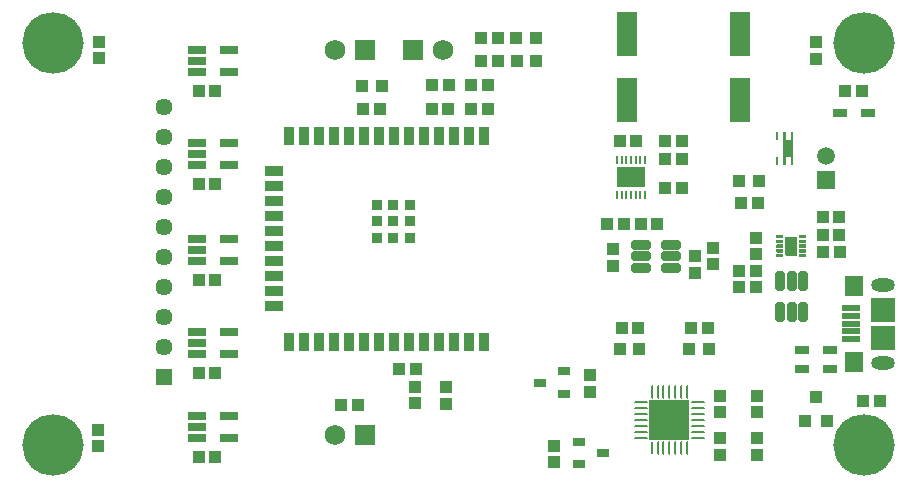
<source format=gts>
G04*
G04 #@! TF.GenerationSoftware,Altium Limited,Altium Designer,22.6.1 (34)*
G04*
G04 Layer_Color=8388736*
%FSLAX25Y25*%
%MOIN*%
G70*
G04*
G04 #@! TF.SameCoordinates,BE1EFFB1-D3A5-4C51-9803-2DA18C35BCD8*
G04*
G04*
G04 #@! TF.FilePolarity,Negative*
G04*
G01*
G75*
%ADD21R,0.09400X0.07100*%
%ADD22R,0.01000X0.02800*%
%ADD23R,0.03500X0.03500*%
%ADD24R,0.03500X0.05900*%
%ADD25R,0.05900X0.03500*%
G04:AMPARAMS|DCode=31|XSize=9.55mil|YSize=44.53mil|CornerRadius=4.77mil|HoleSize=0mil|Usage=FLASHONLY|Rotation=90.000|XOffset=0mil|YOffset=0mil|HoleType=Round|Shape=RoundedRectangle|*
%AMROUNDEDRECTD31*
21,1,0.00955,0.03498,0,0,90.0*
21,1,0.00000,0.04453,0,0,90.0*
1,1,0.00955,0.01749,0.00000*
1,1,0.00955,0.01749,0.00000*
1,1,0.00955,-0.01749,0.00000*
1,1,0.00955,-0.01749,0.00000*
%
%ADD31ROUNDEDRECTD31*%
G04:AMPARAMS|DCode=32|XSize=44.53mil|YSize=9.55mil|CornerRadius=4.77mil|HoleSize=0mil|Usage=FLASHONLY|Rotation=90.000|XOffset=0mil|YOffset=0mil|HoleType=Round|Shape=RoundedRectangle|*
%AMROUNDEDRECTD32*
21,1,0.04453,0.00000,0,0,90.0*
21,1,0.03498,0.00955,0,0,90.0*
1,1,0.00955,0.00000,0.01749*
1,1,0.00955,0.00000,-0.01749*
1,1,0.00955,0.00000,-0.01749*
1,1,0.00955,0.00000,0.01749*
%
%ADD32ROUNDEDRECTD32*%
%ADD33R,0.00955X0.04453*%
%ADD35R,0.00800X0.02700*%
%ADD38R,0.08280X0.08280*%
%ADD39R,0.06312X0.07099*%
%ADD40R,0.06115X0.02000*%
%ADD41R,0.04343X0.03950*%
G04:AMPARAMS|DCode=42|XSize=65.09mil|YSize=31.23mil|CornerRadius=6.9mil|HoleSize=0mil|Usage=FLASHONLY|Rotation=90.000|XOffset=0mil|YOffset=0mil|HoleType=Round|Shape=RoundedRectangle|*
%AMROUNDEDRECTD42*
21,1,0.06509,0.01742,0,0,90.0*
21,1,0.05128,0.03123,0,0,90.0*
1,1,0.01381,0.00871,0.02564*
1,1,0.01381,0.00871,-0.02564*
1,1,0.01381,-0.00871,-0.02564*
1,1,0.01381,-0.00871,0.02564*
%
%ADD42ROUNDEDRECTD42*%
%ADD43R,0.03950X0.04343*%
%ADD44R,0.03950X0.04343*%
%ADD45R,0.03950X0.03162*%
%ADD46R,0.04895X0.02611*%
%ADD47R,0.03950X0.03950*%
%ADD48R,0.13189X0.13189*%
G04:AMPARAMS|DCode=49|XSize=65.09mil|YSize=31.23mil|CornerRadius=6.9mil|HoleSize=0mil|Usage=FLASHONLY|Rotation=0.000|XOffset=0mil|YOffset=0mil|HoleType=Round|Shape=RoundedRectangle|*
%AMROUNDEDRECTD49*
21,1,0.06509,0.01742,0,0,0.0*
21,1,0.05128,0.03123,0,0,0.0*
1,1,0.01381,0.02564,-0.00871*
1,1,0.01381,-0.02564,-0.00871*
1,1,0.01381,-0.02564,0.00871*
1,1,0.01381,0.02564,0.00871*
%
%ADD49ROUNDEDRECTD49*%
%ADD50R,0.06000X0.03000*%
%ADD51R,0.07099X0.14580*%
%ADD52C,0.05682*%
%ADD53R,0.05682X0.05682*%
%ADD54O,0.07887X0.04343*%
%ADD55C,0.06824*%
%ADD56R,0.06824X0.06824*%
%ADD57R,0.05950X0.05950*%
%ADD58C,0.05950*%
%ADD59C,0.20485*%
G36*
X259459Y105350D02*
X258659D01*
Y108050D01*
X256900D01*
Y105350D01*
X256100D01*
Y116250D01*
X256900D01*
Y113550D01*
X258659D01*
Y116250D01*
X259459D01*
Y105350D01*
D02*
G37*
G36*
X263456Y81936D02*
X263464D01*
X263476Y81932D01*
X263484D01*
X263495Y81928D01*
X263503Y81924D01*
X263515Y81920D01*
X263523Y81913D01*
X263531Y81909D01*
X263539Y81901D01*
X263546Y81897D01*
X263554Y81889D01*
X263562Y81881D01*
X263570Y81873D01*
X263578Y81865D01*
X263582Y81858D01*
X263590Y81850D01*
X263594Y81842D01*
X263602Y81834D01*
X263605Y81822D01*
X263610Y81814D01*
X263613Y81802D01*
Y81795D01*
X263617Y81783D01*
Y81775D01*
X263621Y81763D01*
Y81755D01*
Y81743D01*
Y80956D01*
Y80944D01*
Y80936D01*
X263617Y80924D01*
Y80917D01*
X263613Y80905D01*
Y80897D01*
X263610Y80885D01*
X263605Y80877D01*
X263602Y80865D01*
X263594Y80857D01*
X263590Y80850D01*
X263582Y80842D01*
X263578Y80834D01*
X263570Y80826D01*
X263562Y80818D01*
X263554Y80810D01*
X263546Y80802D01*
X263539Y80798D01*
X263531Y80791D01*
X263523Y80787D01*
X263515Y80779D01*
X263503Y80775D01*
X263495Y80771D01*
X263484Y80767D01*
X263476D01*
X263464Y80763D01*
X263456D01*
X263444Y80759D01*
X261436D01*
X261424Y80763D01*
X261417D01*
X261405Y80767D01*
X261397D01*
X261385Y80771D01*
X261377Y80775D01*
X261365Y80779D01*
X261357Y80787D01*
X261350Y80791D01*
X261342Y80798D01*
X261334Y80802D01*
X261326Y80810D01*
X261318Y80818D01*
X261310Y80826D01*
X261302Y80834D01*
X261298Y80842D01*
X261291Y80850D01*
X261287Y80857D01*
X261279Y80865D01*
X261275Y80877D01*
X261271Y80885D01*
X261267Y80897D01*
Y80905D01*
X261263Y80917D01*
Y80924D01*
X261259Y80936D01*
Y80944D01*
Y80956D01*
Y81743D01*
Y81755D01*
Y81763D01*
X261263Y81775D01*
Y81783D01*
X261267Y81795D01*
Y81802D01*
X261271Y81814D01*
X261275Y81822D01*
X261279Y81834D01*
X261287Y81842D01*
X261291Y81850D01*
X261298Y81858D01*
X261302Y81865D01*
X261310Y81873D01*
X261318Y81881D01*
X261326Y81889D01*
X261334Y81897D01*
X261342Y81901D01*
X261350Y81909D01*
X261357Y81913D01*
X261365Y81920D01*
X261377Y81924D01*
X261385Y81928D01*
X261397Y81932D01*
X261405D01*
X261417Y81936D01*
X261424D01*
X261436Y81940D01*
X263444D01*
X263456Y81936D01*
D02*
G37*
G36*
X255976D02*
X255983D01*
X255995Y81932D01*
X256003D01*
X256015Y81928D01*
X256023Y81924D01*
X256035Y81920D01*
X256043Y81913D01*
X256050Y81909D01*
X256058Y81901D01*
X256066Y81897D01*
X256074Y81889D01*
X256082Y81881D01*
X256090Y81873D01*
X256098Y81865D01*
X256102Y81858D01*
X256109Y81850D01*
X256113Y81842D01*
X256121Y81834D01*
X256125Y81822D01*
X256129Y81814D01*
X256133Y81802D01*
Y81795D01*
X256137Y81783D01*
Y81775D01*
X256141Y81763D01*
Y81755D01*
Y81743D01*
Y80956D01*
Y80944D01*
Y80936D01*
X256137Y80924D01*
Y80917D01*
X256133Y80905D01*
Y80897D01*
X256129Y80885D01*
X256125Y80877D01*
X256121Y80865D01*
X256113Y80857D01*
X256109Y80850D01*
X256102Y80842D01*
X256098Y80834D01*
X256090Y80826D01*
X256082Y80818D01*
X256074Y80810D01*
X256066Y80802D01*
X256058Y80798D01*
X256050Y80791D01*
X256043Y80787D01*
X256035Y80779D01*
X256023Y80775D01*
X256015Y80771D01*
X256003Y80767D01*
X255995D01*
X255983Y80763D01*
X255976D01*
X255964Y80759D01*
X253956D01*
X253944Y80763D01*
X253936D01*
X253924Y80767D01*
X253917D01*
X253905Y80771D01*
X253897Y80775D01*
X253885Y80779D01*
X253877Y80787D01*
X253869Y80791D01*
X253861Y80798D01*
X253854Y80802D01*
X253846Y80810D01*
X253838Y80818D01*
X253830Y80826D01*
X253822Y80834D01*
X253818Y80842D01*
X253810Y80850D01*
X253806Y80857D01*
X253798Y80865D01*
X253795Y80877D01*
X253790Y80885D01*
X253787Y80897D01*
Y80905D01*
X253783Y80917D01*
Y80924D01*
X253779Y80936D01*
Y80944D01*
Y80956D01*
Y81743D01*
Y81755D01*
Y81763D01*
X253783Y81775D01*
Y81783D01*
X253787Y81795D01*
Y81802D01*
X253790Y81814D01*
X253795Y81822D01*
X253798Y81834D01*
X253806Y81842D01*
X253810Y81850D01*
X253818Y81858D01*
X253822Y81865D01*
X253830Y81873D01*
X253838Y81881D01*
X253846Y81889D01*
X253854Y81897D01*
X253861Y81901D01*
X253869Y81909D01*
X253877Y81913D01*
X253885Y81920D01*
X253897Y81924D01*
X253905Y81928D01*
X253917Y81932D01*
X253924D01*
X253936Y81936D01*
X253944D01*
X253956Y81940D01*
X255964D01*
X255976Y81936D01*
D02*
G37*
G36*
X263456Y80361D02*
X263464D01*
X263476Y80357D01*
X263484D01*
X263495Y80353D01*
X263503Y80350D01*
X263515Y80346D01*
X263523Y80338D01*
X263531Y80334D01*
X263539Y80326D01*
X263546Y80322D01*
X263554Y80314D01*
X263562Y80306D01*
X263570Y80298D01*
X263578Y80291D01*
X263582Y80283D01*
X263590Y80275D01*
X263594Y80267D01*
X263602Y80259D01*
X263605Y80247D01*
X263610Y80239D01*
X263613Y80228D01*
Y80220D01*
X263617Y80208D01*
Y80200D01*
X263621Y80188D01*
Y80180D01*
Y80168D01*
Y79381D01*
Y79369D01*
Y79361D01*
X263617Y79350D01*
Y79342D01*
X263613Y79330D01*
Y79322D01*
X263610Y79310D01*
X263605Y79302D01*
X263602Y79290D01*
X263594Y79283D01*
X263590Y79275D01*
X263582Y79267D01*
X263578Y79259D01*
X263570Y79251D01*
X263562Y79243D01*
X263554Y79235D01*
X263546Y79228D01*
X263539Y79224D01*
X263531Y79216D01*
X263523Y79212D01*
X263515Y79204D01*
X263503Y79200D01*
X263495Y79196D01*
X263484Y79192D01*
X263476D01*
X263464Y79188D01*
X263456D01*
X263444Y79184D01*
X261436D01*
X261424Y79188D01*
X261417D01*
X261405Y79192D01*
X261397D01*
X261385Y79196D01*
X261377Y79200D01*
X261365Y79204D01*
X261357Y79212D01*
X261350Y79216D01*
X261342Y79224D01*
X261334Y79228D01*
X261326Y79235D01*
X261318Y79243D01*
X261310Y79251D01*
X261302Y79259D01*
X261298Y79267D01*
X261291Y79275D01*
X261287Y79283D01*
X261279Y79290D01*
X261275Y79302D01*
X261271Y79310D01*
X261267Y79322D01*
Y79330D01*
X261263Y79342D01*
Y79350D01*
X261259Y79361D01*
Y79369D01*
Y79381D01*
Y80168D01*
Y80180D01*
Y80188D01*
X261263Y80200D01*
Y80208D01*
X261267Y80220D01*
Y80228D01*
X261271Y80239D01*
X261275Y80247D01*
X261279Y80259D01*
X261287Y80267D01*
X261291Y80275D01*
X261298Y80283D01*
X261302Y80291D01*
X261310Y80298D01*
X261318Y80306D01*
X261326Y80314D01*
X261334Y80322D01*
X261342Y80326D01*
X261350Y80334D01*
X261357Y80338D01*
X261365Y80346D01*
X261377Y80350D01*
X261385Y80353D01*
X261397Y80357D01*
X261405D01*
X261417Y80361D01*
X261424D01*
X261436Y80365D01*
X263444D01*
X263456Y80361D01*
D02*
G37*
G36*
X255976D02*
X255983D01*
X255995Y80357D01*
X256003D01*
X256015Y80353D01*
X256023Y80350D01*
X256035Y80346D01*
X256043Y80338D01*
X256050Y80334D01*
X256058Y80326D01*
X256066Y80322D01*
X256074Y80314D01*
X256082Y80306D01*
X256090Y80298D01*
X256098Y80291D01*
X256102Y80283D01*
X256109Y80275D01*
X256113Y80267D01*
X256121Y80259D01*
X256125Y80247D01*
X256129Y80239D01*
X256133Y80228D01*
Y80220D01*
X256137Y80208D01*
Y80200D01*
X256141Y80188D01*
Y80180D01*
Y80168D01*
Y79381D01*
Y79369D01*
Y79361D01*
X256137Y79350D01*
Y79342D01*
X256133Y79330D01*
Y79322D01*
X256129Y79310D01*
X256125Y79302D01*
X256121Y79290D01*
X256113Y79283D01*
X256109Y79275D01*
X256102Y79267D01*
X256098Y79259D01*
X256090Y79251D01*
X256082Y79243D01*
X256074Y79235D01*
X256066Y79228D01*
X256058Y79224D01*
X256050Y79216D01*
X256043Y79212D01*
X256035Y79204D01*
X256023Y79200D01*
X256015Y79196D01*
X256003Y79192D01*
X255995D01*
X255983Y79188D01*
X255976D01*
X255964Y79184D01*
X253956D01*
X253944Y79188D01*
X253936D01*
X253924Y79192D01*
X253917D01*
X253905Y79196D01*
X253897Y79200D01*
X253885Y79204D01*
X253877Y79212D01*
X253869Y79216D01*
X253861Y79224D01*
X253854Y79228D01*
X253846Y79235D01*
X253838Y79243D01*
X253830Y79251D01*
X253822Y79259D01*
X253818Y79267D01*
X253810Y79275D01*
X253806Y79283D01*
X253798Y79290D01*
X253795Y79302D01*
X253790Y79310D01*
X253787Y79322D01*
Y79330D01*
X253783Y79342D01*
Y79350D01*
X253779Y79361D01*
Y79369D01*
Y79381D01*
Y80168D01*
Y80180D01*
Y80188D01*
X253783Y80200D01*
Y80208D01*
X253787Y80220D01*
Y80228D01*
X253790Y80239D01*
X253795Y80247D01*
X253798Y80259D01*
X253806Y80267D01*
X253810Y80275D01*
X253818Y80283D01*
X253822Y80291D01*
X253830Y80298D01*
X253838Y80306D01*
X253846Y80314D01*
X253854Y80322D01*
X253861Y80326D01*
X253869Y80334D01*
X253877Y80338D01*
X253885Y80346D01*
X253897Y80350D01*
X253905Y80353D01*
X253917Y80357D01*
X253924D01*
X253936Y80361D01*
X253944D01*
X253956Y80365D01*
X255964D01*
X255976Y80361D01*
D02*
G37*
G36*
X263456Y78787D02*
X263464D01*
X263476Y78783D01*
X263484D01*
X263495Y78779D01*
X263503Y78775D01*
X263515Y78771D01*
X263523Y78763D01*
X263531Y78759D01*
X263539Y78751D01*
X263546Y78747D01*
X263554Y78739D01*
X263562Y78732D01*
X263570Y78724D01*
X263578Y78716D01*
X263582Y78708D01*
X263590Y78700D01*
X263594Y78692D01*
X263602Y78684D01*
X263605Y78672D01*
X263610Y78665D01*
X263613Y78653D01*
Y78645D01*
X263617Y78633D01*
Y78625D01*
X263621Y78613D01*
Y78606D01*
Y78594D01*
Y77806D01*
Y77794D01*
Y77787D01*
X263617Y77775D01*
Y77767D01*
X263613Y77755D01*
Y77747D01*
X263610Y77735D01*
X263605Y77728D01*
X263602Y77716D01*
X263594Y77708D01*
X263590Y77700D01*
X263582Y77692D01*
X263578Y77684D01*
X263570Y77676D01*
X263562Y77668D01*
X263554Y77661D01*
X263546Y77653D01*
X263539Y77649D01*
X263531Y77641D01*
X263523Y77637D01*
X263515Y77629D01*
X263503Y77625D01*
X263495Y77621D01*
X263484Y77617D01*
X263476D01*
X263464Y77613D01*
X263456D01*
X263444Y77609D01*
X261436D01*
X261424Y77613D01*
X261417D01*
X261405Y77617D01*
X261397D01*
X261385Y77621D01*
X261377Y77625D01*
X261365Y77629D01*
X261357Y77637D01*
X261350Y77641D01*
X261342Y77649D01*
X261334Y77653D01*
X261326Y77661D01*
X261318Y77668D01*
X261310Y77676D01*
X261302Y77684D01*
X261298Y77692D01*
X261291Y77700D01*
X261287Y77708D01*
X261279Y77716D01*
X261275Y77728D01*
X261271Y77735D01*
X261267Y77747D01*
Y77755D01*
X261263Y77767D01*
Y77775D01*
X261259Y77787D01*
Y77794D01*
Y77806D01*
Y78594D01*
Y78606D01*
Y78613D01*
X261263Y78625D01*
Y78633D01*
X261267Y78645D01*
Y78653D01*
X261271Y78665D01*
X261275Y78672D01*
X261279Y78684D01*
X261287Y78692D01*
X261291Y78700D01*
X261298Y78708D01*
X261302Y78716D01*
X261310Y78724D01*
X261318Y78732D01*
X261326Y78739D01*
X261334Y78747D01*
X261342Y78751D01*
X261350Y78759D01*
X261357Y78763D01*
X261365Y78771D01*
X261377Y78775D01*
X261385Y78779D01*
X261397Y78783D01*
X261405D01*
X261417Y78787D01*
X261424D01*
X261436Y78790D01*
X263444D01*
X263456Y78787D01*
D02*
G37*
G36*
X255976D02*
X255983D01*
X255995Y78783D01*
X256003D01*
X256015Y78779D01*
X256023Y78775D01*
X256035Y78771D01*
X256043Y78763D01*
X256050Y78759D01*
X256058Y78751D01*
X256066Y78747D01*
X256074Y78739D01*
X256082Y78732D01*
X256090Y78724D01*
X256098Y78716D01*
X256102Y78708D01*
X256109Y78700D01*
X256113Y78692D01*
X256121Y78684D01*
X256125Y78672D01*
X256129Y78665D01*
X256133Y78653D01*
Y78645D01*
X256137Y78633D01*
Y78625D01*
X256141Y78613D01*
Y78606D01*
Y78594D01*
Y77806D01*
Y77794D01*
Y77787D01*
X256137Y77775D01*
Y77767D01*
X256133Y77755D01*
Y77747D01*
X256129Y77735D01*
X256125Y77728D01*
X256121Y77716D01*
X256113Y77708D01*
X256109Y77700D01*
X256102Y77692D01*
X256098Y77684D01*
X256090Y77676D01*
X256082Y77668D01*
X256074Y77661D01*
X256066Y77653D01*
X256058Y77649D01*
X256050Y77641D01*
X256043Y77637D01*
X256035Y77629D01*
X256023Y77625D01*
X256015Y77621D01*
X256003Y77617D01*
X255995D01*
X255983Y77613D01*
X255976D01*
X255964Y77609D01*
X253956D01*
X253944Y77613D01*
X253936D01*
X253924Y77617D01*
X253917D01*
X253905Y77621D01*
X253897Y77625D01*
X253885Y77629D01*
X253877Y77637D01*
X253869Y77641D01*
X253861Y77649D01*
X253854Y77653D01*
X253846Y77661D01*
X253838Y77668D01*
X253830Y77676D01*
X253822Y77684D01*
X253818Y77692D01*
X253810Y77700D01*
X253806Y77708D01*
X253798Y77716D01*
X253795Y77728D01*
X253790Y77735D01*
X253787Y77747D01*
Y77755D01*
X253783Y77767D01*
Y77775D01*
X253779Y77787D01*
Y77794D01*
Y77806D01*
Y78594D01*
Y78606D01*
Y78613D01*
X253783Y78625D01*
Y78633D01*
X253787Y78645D01*
Y78653D01*
X253790Y78665D01*
X253795Y78672D01*
X253798Y78684D01*
X253806Y78692D01*
X253810Y78700D01*
X253818Y78708D01*
X253822Y78716D01*
X253830Y78724D01*
X253838Y78732D01*
X253846Y78739D01*
X253854Y78747D01*
X253861Y78751D01*
X253869Y78759D01*
X253877Y78763D01*
X253885Y78771D01*
X253897Y78775D01*
X253905Y78779D01*
X253917Y78783D01*
X253924D01*
X253936Y78787D01*
X253944D01*
X253956Y78790D01*
X255964D01*
X255976Y78787D01*
D02*
G37*
G36*
X263456Y77212D02*
X263464D01*
X263476Y77208D01*
X263484D01*
X263495Y77204D01*
X263503Y77200D01*
X263515Y77196D01*
X263523Y77188D01*
X263531Y77184D01*
X263539Y77176D01*
X263546Y77172D01*
X263554Y77165D01*
X263562Y77157D01*
X263570Y77149D01*
X263578Y77141D01*
X263582Y77133D01*
X263590Y77125D01*
X263594Y77117D01*
X263602Y77109D01*
X263605Y77098D01*
X263610Y77090D01*
X263613Y77078D01*
Y77070D01*
X263617Y77058D01*
Y77050D01*
X263621Y77039D01*
Y77031D01*
Y77019D01*
Y76231D01*
Y76220D01*
Y76212D01*
X263617Y76200D01*
Y76192D01*
X263613Y76180D01*
Y76172D01*
X263610Y76161D01*
X263605Y76153D01*
X263602Y76141D01*
X263594Y76133D01*
X263590Y76125D01*
X263582Y76117D01*
X263578Y76109D01*
X263570Y76102D01*
X263562Y76094D01*
X263554Y76086D01*
X263546Y76078D01*
X263539Y76074D01*
X263531Y76066D01*
X263523Y76062D01*
X263515Y76054D01*
X263503Y76050D01*
X263495Y76047D01*
X263484Y76042D01*
X263476D01*
X263464Y76039D01*
X263456D01*
X263444Y76035D01*
X261436D01*
X261424Y76039D01*
X261417D01*
X261405Y76042D01*
X261397D01*
X261385Y76047D01*
X261377Y76050D01*
X261365Y76054D01*
X261357Y76062D01*
X261350Y76066D01*
X261342Y76074D01*
X261334Y76078D01*
X261326Y76086D01*
X261318Y76094D01*
X261310Y76102D01*
X261302Y76109D01*
X261298Y76117D01*
X261291Y76125D01*
X261287Y76133D01*
X261279Y76141D01*
X261275Y76153D01*
X261271Y76161D01*
X261267Y76172D01*
Y76180D01*
X261263Y76192D01*
Y76200D01*
X261259Y76212D01*
Y76220D01*
Y76231D01*
Y77019D01*
Y77031D01*
Y77039D01*
X261263Y77050D01*
Y77058D01*
X261267Y77070D01*
Y77078D01*
X261271Y77090D01*
X261275Y77098D01*
X261279Y77109D01*
X261287Y77117D01*
X261291Y77125D01*
X261298Y77133D01*
X261302Y77141D01*
X261310Y77149D01*
X261318Y77157D01*
X261326Y77165D01*
X261334Y77172D01*
X261342Y77176D01*
X261350Y77184D01*
X261357Y77188D01*
X261365Y77196D01*
X261377Y77200D01*
X261385Y77204D01*
X261397Y77208D01*
X261405D01*
X261417Y77212D01*
X261424D01*
X261436Y77216D01*
X263444D01*
X263456Y77212D01*
D02*
G37*
G36*
X255976D02*
X255983D01*
X255995Y77208D01*
X256003D01*
X256015Y77204D01*
X256023Y77200D01*
X256035Y77196D01*
X256043Y77188D01*
X256050Y77184D01*
X256058Y77176D01*
X256066Y77172D01*
X256074Y77165D01*
X256082Y77157D01*
X256090Y77149D01*
X256098Y77141D01*
X256102Y77133D01*
X256109Y77125D01*
X256113Y77117D01*
X256121Y77109D01*
X256125Y77098D01*
X256129Y77090D01*
X256133Y77078D01*
Y77070D01*
X256137Y77058D01*
Y77050D01*
X256141Y77039D01*
Y77031D01*
Y77019D01*
Y76231D01*
Y76220D01*
Y76212D01*
X256137Y76200D01*
Y76192D01*
X256133Y76180D01*
Y76172D01*
X256129Y76161D01*
X256125Y76153D01*
X256121Y76141D01*
X256113Y76133D01*
X256109Y76125D01*
X256102Y76117D01*
X256098Y76109D01*
X256090Y76102D01*
X256082Y76094D01*
X256074Y76086D01*
X256066Y76078D01*
X256058Y76074D01*
X256050Y76066D01*
X256043Y76062D01*
X256035Y76054D01*
X256023Y76050D01*
X256015Y76047D01*
X256003Y76042D01*
X255995D01*
X255983Y76039D01*
X255976D01*
X255964Y76035D01*
X253956D01*
X253944Y76039D01*
X253936D01*
X253924Y76042D01*
X253917D01*
X253905Y76047D01*
X253897Y76050D01*
X253885Y76054D01*
X253877Y76062D01*
X253869Y76066D01*
X253861Y76074D01*
X253854Y76078D01*
X253846Y76086D01*
X253838Y76094D01*
X253830Y76102D01*
X253822Y76109D01*
X253818Y76117D01*
X253810Y76125D01*
X253806Y76133D01*
X253798Y76141D01*
X253795Y76153D01*
X253790Y76161D01*
X253787Y76172D01*
Y76180D01*
X253783Y76192D01*
Y76200D01*
X253779Y76212D01*
Y76220D01*
Y76231D01*
Y77019D01*
Y77031D01*
Y77039D01*
X253783Y77050D01*
Y77058D01*
X253787Y77070D01*
Y77078D01*
X253790Y77090D01*
X253795Y77098D01*
X253798Y77109D01*
X253806Y77117D01*
X253810Y77125D01*
X253818Y77133D01*
X253822Y77141D01*
X253830Y77149D01*
X253838Y77157D01*
X253846Y77165D01*
X253854Y77172D01*
X253861Y77176D01*
X253869Y77184D01*
X253877Y77188D01*
X253885Y77196D01*
X253897Y77200D01*
X253905Y77204D01*
X253917Y77208D01*
X253924D01*
X253936Y77212D01*
X253944D01*
X253956Y77216D01*
X255964D01*
X255976Y77212D01*
D02*
G37*
G36*
X260503Y81346D02*
X260511D01*
X260523Y81342D01*
X260531D01*
X260542Y81338D01*
X260550Y81334D01*
X260562Y81330D01*
X260570Y81322D01*
X260578Y81318D01*
X260586Y81310D01*
X260594Y81306D01*
X260602Y81298D01*
X260610Y81291D01*
X260617Y81283D01*
X260625Y81275D01*
X260629Y81267D01*
X260637Y81259D01*
X260641Y81251D01*
X260649Y81243D01*
X260653Y81231D01*
X260657Y81224D01*
X260661Y81212D01*
Y81204D01*
X260665Y81192D01*
Y81184D01*
X260668Y81172D01*
Y81165D01*
Y81153D01*
Y75247D01*
Y75235D01*
Y75228D01*
X260665Y75216D01*
Y75208D01*
X260661Y75196D01*
Y75188D01*
X260657Y75176D01*
X260653Y75169D01*
X260649Y75157D01*
X260641Y75149D01*
X260637Y75141D01*
X260629Y75133D01*
X260625Y75125D01*
X260617Y75117D01*
X260610Y75109D01*
X260602Y75102D01*
X260594Y75094D01*
X260586Y75090D01*
X260578Y75082D01*
X260570Y75078D01*
X260562Y75070D01*
X260550Y75066D01*
X260542Y75062D01*
X260531Y75058D01*
X260523D01*
X260511Y75054D01*
X260503D01*
X260491Y75050D01*
X256909D01*
X256897Y75054D01*
X256889D01*
X256877Y75058D01*
X256869D01*
X256857Y75062D01*
X256850Y75066D01*
X256838Y75070D01*
X256830Y75078D01*
X256822Y75082D01*
X256814Y75090D01*
X256806Y75094D01*
X256798Y75102D01*
X256790Y75109D01*
X256783Y75117D01*
X256775Y75125D01*
X256771Y75133D01*
X256763Y75141D01*
X256759Y75149D01*
X256751Y75157D01*
X256747Y75169D01*
X256743Y75176D01*
X256739Y75188D01*
Y75196D01*
X256735Y75208D01*
Y75216D01*
X256732Y75228D01*
Y75235D01*
Y75247D01*
Y81153D01*
Y81165D01*
Y81172D01*
X256735Y81184D01*
Y81192D01*
X256739Y81204D01*
Y81212D01*
X256743Y81224D01*
X256747Y81231D01*
X256751Y81243D01*
X256759Y81251D01*
X256763Y81259D01*
X256771Y81267D01*
X256775Y81275D01*
X256783Y81283D01*
X256790Y81291D01*
X256798Y81298D01*
X256806Y81306D01*
X256814Y81310D01*
X256822Y81318D01*
X256830Y81322D01*
X256838Y81330D01*
X256850Y81334D01*
X256857Y81338D01*
X256869Y81342D01*
X256877D01*
X256889Y81346D01*
X256897D01*
X256909Y81350D01*
X260491D01*
X260503Y81346D01*
D02*
G37*
G36*
X263456Y75637D02*
X263464D01*
X263476Y75633D01*
X263484D01*
X263495Y75629D01*
X263503Y75625D01*
X263515Y75621D01*
X263523Y75613D01*
X263531Y75609D01*
X263539Y75602D01*
X263546Y75598D01*
X263554Y75590D01*
X263562Y75582D01*
X263570Y75574D01*
X263578Y75566D01*
X263582Y75558D01*
X263590Y75550D01*
X263594Y75542D01*
X263602Y75535D01*
X263605Y75523D01*
X263610Y75515D01*
X263613Y75503D01*
Y75495D01*
X263617Y75484D01*
Y75476D01*
X263621Y75464D01*
Y75456D01*
Y75444D01*
Y74657D01*
Y74645D01*
Y74637D01*
X263617Y74625D01*
Y74617D01*
X263613Y74606D01*
Y74598D01*
X263610Y74586D01*
X263605Y74578D01*
X263602Y74566D01*
X263594Y74558D01*
X263590Y74550D01*
X263582Y74542D01*
X263578Y74535D01*
X263570Y74527D01*
X263562Y74519D01*
X263554Y74511D01*
X263546Y74503D01*
X263539Y74499D01*
X263531Y74491D01*
X263523Y74487D01*
X263515Y74480D01*
X263503Y74476D01*
X263495Y74472D01*
X263484Y74468D01*
X263476D01*
X263464Y74464D01*
X263456D01*
X263444Y74460D01*
X261436D01*
X261424Y74464D01*
X261417D01*
X261405Y74468D01*
X261397D01*
X261385Y74472D01*
X261377Y74476D01*
X261365Y74480D01*
X261357Y74487D01*
X261350Y74491D01*
X261342Y74499D01*
X261334Y74503D01*
X261326Y74511D01*
X261318Y74519D01*
X261310Y74527D01*
X261302Y74535D01*
X261298Y74542D01*
X261291Y74550D01*
X261287Y74558D01*
X261279Y74566D01*
X261275Y74578D01*
X261271Y74586D01*
X261267Y74598D01*
Y74606D01*
X261263Y74617D01*
Y74625D01*
X261259Y74637D01*
Y74645D01*
Y74657D01*
Y75444D01*
Y75456D01*
Y75464D01*
X261263Y75476D01*
Y75484D01*
X261267Y75495D01*
Y75503D01*
X261271Y75515D01*
X261275Y75523D01*
X261279Y75535D01*
X261287Y75542D01*
X261291Y75550D01*
X261298Y75558D01*
X261302Y75566D01*
X261310Y75574D01*
X261318Y75582D01*
X261326Y75590D01*
X261334Y75598D01*
X261342Y75602D01*
X261350Y75609D01*
X261357Y75613D01*
X261365Y75621D01*
X261377Y75625D01*
X261385Y75629D01*
X261397Y75633D01*
X261405D01*
X261417Y75637D01*
X261424D01*
X261436Y75641D01*
X263444D01*
X263456Y75637D01*
D02*
G37*
G36*
X255976D02*
X255983D01*
X255995Y75633D01*
X256003D01*
X256015Y75629D01*
X256023Y75625D01*
X256035Y75621D01*
X256043Y75613D01*
X256050Y75609D01*
X256058Y75602D01*
X256066Y75598D01*
X256074Y75590D01*
X256082Y75582D01*
X256090Y75574D01*
X256098Y75566D01*
X256102Y75558D01*
X256109Y75550D01*
X256113Y75542D01*
X256121Y75535D01*
X256125Y75523D01*
X256129Y75515D01*
X256133Y75503D01*
Y75495D01*
X256137Y75484D01*
Y75476D01*
X256141Y75464D01*
Y75456D01*
Y75444D01*
Y74657D01*
Y74645D01*
Y74637D01*
X256137Y74625D01*
Y74617D01*
X256133Y74606D01*
Y74598D01*
X256129Y74586D01*
X256125Y74578D01*
X256121Y74566D01*
X256113Y74558D01*
X256109Y74550D01*
X256102Y74542D01*
X256098Y74535D01*
X256090Y74527D01*
X256082Y74519D01*
X256074Y74511D01*
X256066Y74503D01*
X256058Y74499D01*
X256050Y74491D01*
X256043Y74487D01*
X256035Y74480D01*
X256023Y74476D01*
X256015Y74472D01*
X256003Y74468D01*
X255995D01*
X255983Y74464D01*
X255976D01*
X255964Y74460D01*
X253956D01*
X253944Y74464D01*
X253936D01*
X253924Y74468D01*
X253917D01*
X253905Y74472D01*
X253897Y74476D01*
X253885Y74480D01*
X253877Y74487D01*
X253869Y74491D01*
X253861Y74499D01*
X253854Y74503D01*
X253846Y74511D01*
X253838Y74519D01*
X253830Y74527D01*
X253822Y74535D01*
X253818Y74542D01*
X253810Y74550D01*
X253806Y74558D01*
X253798Y74566D01*
X253795Y74578D01*
X253790Y74586D01*
X253787Y74598D01*
Y74606D01*
X253783Y74617D01*
Y74625D01*
X253779Y74637D01*
Y74645D01*
Y74657D01*
Y75444D01*
Y75456D01*
Y75464D01*
X253783Y75476D01*
Y75484D01*
X253787Y75495D01*
Y75503D01*
X253790Y75515D01*
X253795Y75523D01*
X253798Y75535D01*
X253806Y75542D01*
X253810Y75550D01*
X253818Y75558D01*
X253822Y75566D01*
X253830Y75574D01*
X253838Y75582D01*
X253846Y75590D01*
X253854Y75598D01*
X253861Y75602D01*
X253869Y75609D01*
X253877Y75613D01*
X253885Y75621D01*
X253897Y75625D01*
X253905Y75629D01*
X253917Y75633D01*
X253924D01*
X253936Y75637D01*
X253944D01*
X253956Y75641D01*
X255964D01*
X255976Y75637D01*
D02*
G37*
D21*
X205300Y101100D02*
D03*
D22*
X200576Y107000D02*
D03*
X202150D02*
D03*
X203725D02*
D03*
X205300D02*
D03*
X206875D02*
D03*
X208450D02*
D03*
X210024D02*
D03*
Y95200D02*
D03*
X208450D02*
D03*
X206875D02*
D03*
X205300D02*
D03*
X203725D02*
D03*
X202150D02*
D03*
X200576D02*
D03*
D23*
X125990Y86510D02*
D03*
X131500D02*
D03*
Y81000D02*
D03*
X125990D02*
D03*
X120480D02*
D03*
Y86510D02*
D03*
Y92020D02*
D03*
X125990D02*
D03*
X131500D02*
D03*
D24*
X156390Y46150D02*
D03*
X151390D02*
D03*
X146390D02*
D03*
X141390D02*
D03*
X136390D02*
D03*
X131390D02*
D03*
X126390D02*
D03*
X121390D02*
D03*
X116390D02*
D03*
X111390D02*
D03*
X106390D02*
D03*
X101390D02*
D03*
X96390D02*
D03*
X91390D02*
D03*
Y115050D02*
D03*
X96390D02*
D03*
X101390D02*
D03*
X106390D02*
D03*
X111390D02*
D03*
X116390D02*
D03*
X121390D02*
D03*
X126390D02*
D03*
X131390D02*
D03*
X136390D02*
D03*
X141390D02*
D03*
X146390D02*
D03*
X151390D02*
D03*
X156390D02*
D03*
D25*
X86465Y58100D02*
D03*
Y63100D02*
D03*
Y68100D02*
D03*
Y73100D02*
D03*
Y78100D02*
D03*
Y83100D02*
D03*
Y88100D02*
D03*
Y93100D02*
D03*
Y98100D02*
D03*
Y103100D02*
D03*
D31*
X208688Y14295D02*
D03*
Y16263D02*
D03*
Y18232D02*
D03*
Y20200D02*
D03*
Y22169D02*
D03*
Y24137D02*
D03*
Y26105D02*
D03*
X227512D02*
D03*
Y24137D02*
D03*
Y22169D02*
D03*
Y20200D02*
D03*
Y18232D02*
D03*
Y16263D02*
D03*
Y14295D02*
D03*
D32*
X212194Y29612D02*
D03*
X214163D02*
D03*
X216131D02*
D03*
X218100D02*
D03*
X220069D02*
D03*
X222037D02*
D03*
X224006D02*
D03*
Y10789D02*
D03*
X222037D02*
D03*
X220069D02*
D03*
X218100D02*
D03*
X216131D02*
D03*
X214163D02*
D03*
D33*
X212194D02*
D03*
D35*
X253941Y114900D02*
D03*
X256500D02*
D03*
X259059D02*
D03*
Y106700D02*
D03*
X256500D02*
D03*
X253941D02*
D03*
D38*
X289300Y57024D02*
D03*
Y47576D02*
D03*
D39*
X279654Y64898D02*
D03*
Y39702D02*
D03*
D40*
X278768Y57418D02*
D03*
Y54859D02*
D03*
Y52300D02*
D03*
Y49741D02*
D03*
Y47182D02*
D03*
D41*
X247100Y69956D02*
D03*
Y64444D02*
D03*
X241200Y69956D02*
D03*
Y64444D02*
D03*
X247100Y75444D02*
D03*
Y80956D02*
D03*
X199438Y71604D02*
D03*
Y77116D02*
D03*
X232538Y77616D02*
D03*
Y72104D02*
D03*
X226638Y74772D02*
D03*
Y69260D02*
D03*
X247200Y8688D02*
D03*
Y14200D02*
D03*
X235100Y8644D02*
D03*
Y14156D02*
D03*
X133300Y25844D02*
D03*
Y31356D02*
D03*
X247300Y28256D02*
D03*
Y22744D02*
D03*
X143700Y25644D02*
D03*
Y31156D02*
D03*
X179500Y6144D02*
D03*
Y11656D02*
D03*
X235100Y28256D02*
D03*
Y22744D02*
D03*
X191600Y35156D02*
D03*
Y29644D02*
D03*
X267100Y140644D02*
D03*
Y146156D02*
D03*
X27800Y16956D02*
D03*
Y11444D02*
D03*
X27900Y140744D02*
D03*
Y146256D02*
D03*
D42*
X262572Y66638D02*
D03*
X258832D02*
D03*
X255091D02*
D03*
X262572Y56362D02*
D03*
X258832D02*
D03*
X255091D02*
D03*
D43*
X269300Y76100D02*
D03*
X274812D02*
D03*
X274756Y82000D02*
D03*
X269244D02*
D03*
X274756Y87900D02*
D03*
X269244D02*
D03*
X230856Y50800D02*
D03*
X225344D02*
D03*
X207656D02*
D03*
X202144D02*
D03*
X208482Y85560D02*
D03*
X213994D02*
D03*
X66756Y67000D02*
D03*
X61244D02*
D03*
X66756Y99000D02*
D03*
X61244D02*
D03*
X66756Y130000D02*
D03*
X61244D02*
D03*
X66756Y36000D02*
D03*
X61244D02*
D03*
X66756Y8000D02*
D03*
X61244D02*
D03*
X247556Y92700D02*
D03*
X242044D02*
D03*
X276644Y129800D02*
D03*
X282156D02*
D03*
X138988Y131800D02*
D03*
X144500D02*
D03*
X121500Y123900D02*
D03*
X115988D02*
D03*
X155300Y139900D02*
D03*
X160812D02*
D03*
X155300Y147600D02*
D03*
X160812D02*
D03*
X133556Y37100D02*
D03*
X128044D02*
D03*
X216644Y97600D02*
D03*
X222156D02*
D03*
X216644Y107200D02*
D03*
X222156D02*
D03*
X222156Y113100D02*
D03*
X216644D02*
D03*
X288156Y26700D02*
D03*
X282644D02*
D03*
X201544Y113100D02*
D03*
X207056D02*
D03*
X108744Y25200D02*
D03*
X114256D02*
D03*
X152100Y123800D02*
D03*
X157612D02*
D03*
X152100Y131800D02*
D03*
X157612D02*
D03*
X144400Y123800D02*
D03*
X138888D02*
D03*
X197444Y85600D02*
D03*
X202956D02*
D03*
D44*
X263160Y19963D02*
D03*
X270640D02*
D03*
X266900Y27837D02*
D03*
D45*
X182976Y36440D02*
D03*
Y28960D02*
D03*
X175024Y32700D02*
D03*
X196000Y9200D02*
D03*
X188047Y12940D02*
D03*
Y5460D02*
D03*
D46*
X271685Y37200D02*
D03*
X262315D02*
D03*
X271685Y43500D02*
D03*
X262315D02*
D03*
X274815Y122600D02*
D03*
X284185D02*
D03*
D47*
X224752Y43800D02*
D03*
X231248D02*
D03*
X201608D02*
D03*
X208104D02*
D03*
X241452Y99800D02*
D03*
X247948D02*
D03*
X115752Y131700D02*
D03*
X122248D02*
D03*
X167152Y139900D02*
D03*
X173648D02*
D03*
X167108Y147700D02*
D03*
X173604D02*
D03*
D48*
X218100Y20200D02*
D03*
D49*
X208500Y78500D02*
D03*
Y74760D02*
D03*
Y71020D02*
D03*
X218776Y78500D02*
D03*
Y74760D02*
D03*
Y71020D02*
D03*
D50*
X71400Y112700D02*
D03*
Y105300D02*
D03*
X60600D02*
D03*
Y109000D02*
D03*
Y112700D02*
D03*
X71400Y143700D02*
D03*
Y136300D02*
D03*
X60600D02*
D03*
Y140000D02*
D03*
Y143700D02*
D03*
X71400Y49700D02*
D03*
Y42300D02*
D03*
X60600D02*
D03*
Y46000D02*
D03*
Y49700D02*
D03*
X71400Y80700D02*
D03*
Y73300D02*
D03*
X60600D02*
D03*
Y77000D02*
D03*
Y80700D02*
D03*
X71400Y21700D02*
D03*
Y14300D02*
D03*
X60600D02*
D03*
Y18000D02*
D03*
Y21700D02*
D03*
D51*
X241800Y149024D02*
D03*
Y126976D02*
D03*
X204000Y149024D02*
D03*
Y126976D02*
D03*
D52*
X49500Y124500D02*
D03*
Y114500D02*
D03*
Y104500D02*
D03*
Y94500D02*
D03*
Y84500D02*
D03*
Y74500D02*
D03*
Y64500D02*
D03*
Y54500D02*
D03*
Y44500D02*
D03*
D53*
Y34500D02*
D03*
D54*
X289300Y65292D02*
D03*
Y39308D02*
D03*
D55*
X106500Y15200D02*
D03*
X142500Y143500D02*
D03*
X106500D02*
D03*
D56*
X116500Y15200D02*
D03*
X132500Y143500D02*
D03*
X116500D02*
D03*
D57*
X270400Y100326D02*
D03*
D58*
Y108200D02*
D03*
D59*
X283000Y146000D02*
D03*
Y12000D02*
D03*
X12500D02*
D03*
Y146000D02*
D03*
M02*

</source>
